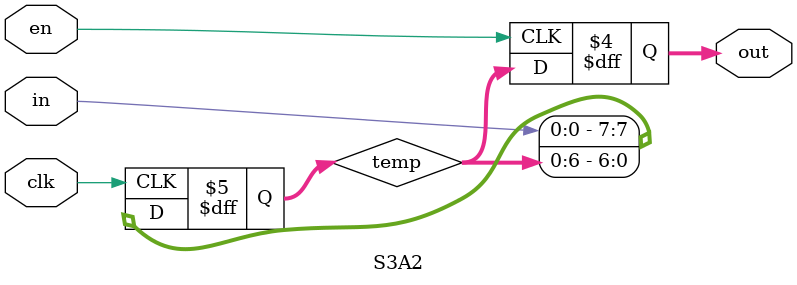
<source format=v>

module S3A2 (clk, in, en, out);
input clk;
input in;
input en;
output reg [0:7] out;
reg [0:7] temp; 


initial begin
out = 0;
temp = 0;
end

always @(posedge clk) begin
temp = {in, temp [0:6]};
end

always @(posedge en) begin
out = temp;
end
endmodule 
</source>
